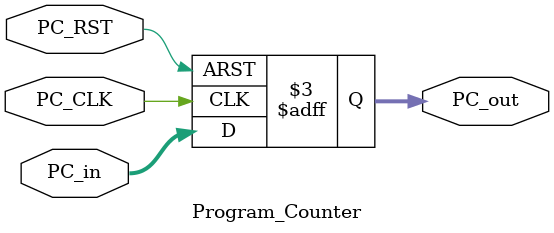
<source format=v>
module Program_Counter(
    input wire              PC_CLK,
    input wire              PC_RST,
    input wire  [31:0]      PC_in,
    output reg  [31:0]      PC_out
);

always @(posedge PC_CLK or negedge PC_RST)
begin
  if(!PC_RST)
  PC_out <= 32'b0;
  else 
  PC_out <= PC_in;
end

endmodule
</source>
